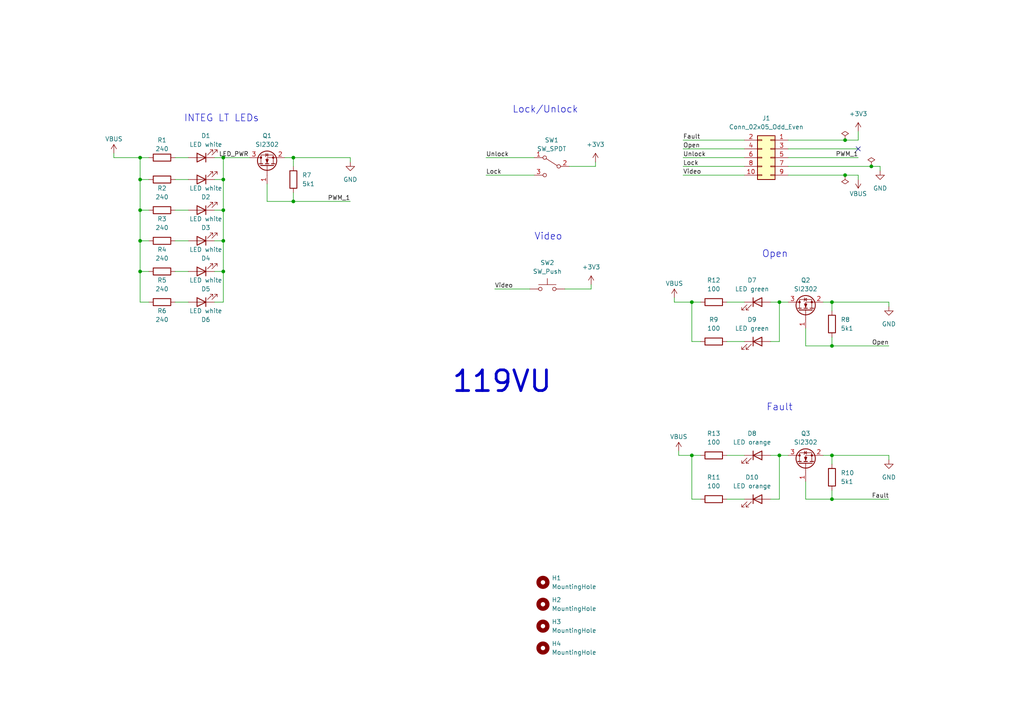
<source format=kicad_sch>
(kicad_sch (version 20230121) (generator eeschema)
  (paper "A4")
  (lib_symbols
    (symbol "Connector_Generic:Conn_02x05_Odd_Even" (pin_names (offset 1.016) hide)
      (property "Reference" "J" (at 1.27 7.62 0))
      (property "Value" "Conn_02x05_Odd_Even" (at 1.27 -7.62 0))
      (symbol "Conn_02x05_Odd_Even_1_1"
        (rectangle (start -1.27 -4.953) (end 0 -5.207) (stroke (width 0.1524)))
        (rectangle (start -1.27 -2.413) (end 0 -2.667) (stroke (width 0.1524)))
        (rectangle (start -1.27 0.127) (end 0 -0.127) (stroke (width 0.1524)))
        (rectangle (start -1.27 2.667) (end 0 2.413) (stroke (width 0.1524)))
        (rectangle (start -1.27 5.207) (end 0 4.953) (stroke (width 0.1524)))
        (rectangle (start -1.27 6.35) (end 3.81 -6.35) (stroke (width 0.254)) (fill (type background)))
        (rectangle (start 3.81 -4.953) (end 2.54 -5.207) (stroke (width 0.1524)))
        (rectangle (start 3.81 -2.413) (end 2.54 -2.667) (stroke (width 0.1524)))
        (rectangle (start 3.81 0.127) (end 2.54 -0.127) (stroke (width 0.1524)))
        (rectangle (start 3.81 2.667) (end 2.54 2.413) (stroke (width 0.1524)))
        (rectangle (start 3.81 5.207) (end 2.54 4.953) (stroke (width 0.1524)))
        (pin passive line (at -5.08 5.08 0) (length 3.81) (name "Pin_1") (number "1"))
        (pin passive line (at 7.62 -5.08 180) (length 3.81) (name "Pin_10") (number "10"))
        (pin passive line (at 7.62 5.08 180) (length 3.81) (name "Pin_2") (number "2"))
        (pin passive line (at -5.08 2.54 0) (length 3.81) (name "Pin_3") (number "3"))
        (pin passive line (at 7.62 2.54 180) (length 3.81) (name "Pin_4") (number "4"))
        (pin passive line (at -5.08 0 0) (length 3.81) (name "Pin_5") (number "5"))
        (pin passive line (at 7.62 0 180) (length 3.81) (name "Pin_6") (number "6"))
        (pin passive line (at -5.08 -2.54 0) (length 3.81) (name "Pin_7") (number "7"))
        (pin passive line (at 7.62 -2.54 180) (length 3.81) (name "Pin_8") (number "8"))
        (pin passive line (at -5.08 -5.08 0) (length 3.81) (name "Pin_9") (number "9"))
      )
    )
    (symbol "Device:LED" (pin_numbers hide) (pin_names (offset 1.016) hide)
      (property "Reference" "D" (at 0 2.54 0))
      (property "Value" "LED" (at 0 -2.54 0))
      (symbol "LED_0_1"
        (polyline (pts (xy -1.27 -1.27) (xy -1.27 1.27)) (stroke (width 0.254)))
        (polyline (pts (xy -1.27 0) (xy 1.27 0)))
        (polyline (pts (xy 1.27 -1.27) (xy 1.27 1.27) (xy -1.27 0) (xy 1.27 -1.27)) (stroke (width 0.254)))
        (polyline (pts (xy -3.048 -0.762) (xy -4.572 -2.286) (xy -3.81 -2.286) (xy -4.572 -2.286) (xy -4.572 -1.524)))
        (polyline (pts (xy -1.778 -0.762) (xy -3.302 -2.286) (xy -2.54 -2.286) (xy -3.302 -2.286) (xy -3.302 -1.524)))
      )
      (symbol "LED_1_1"
        (pin passive line (at -3.81 0 0) (length 2.54) (name "K") (number "1"))
        (pin passive line (at 3.81 0 180) (length 2.54) (name "A") (number "2"))
      )
    )
    (symbol "Device:R" (pin_numbers hide) (pin_names (offset 0))
      (property "Reference" "R" (at 2.032 0 90))
      (property "Value" "R" (at 0 0 90))
      (symbol "R_0_1"
        (rectangle (start -1.016 -2.54) (end 1.016 2.54) (stroke (width 0.254)))
      )
      (symbol "R_1_1"
        (pin passive line (at 0 3.81 270) (length 1.27) (name "~") (number "1"))
        (pin passive line (at 0 -3.81 90) (length 1.27) (name "~") (number "2"))
      )
    )
    (symbol "Mechanical:MountingHole" (pin_names (offset 1.016))
      (property "Reference" "H" (at 0 5.08 0))
      (property "Value" "MountingHole" (at 0 3.175 0))
      (symbol "MountingHole_0_1"
        (circle (center 0 0) (radius 1.27) (stroke (width 1.27)))
      )
    )
    (symbol "Switch:SW_Push" (pin_numbers hide) (pin_names (offset 1.016) hide)
      (property "Reference" "SW" (at 1.27 2.54 0))
      (property "Value" "SW_Push" (at 0 -1.524 0))
      (symbol "SW_Push_0_1"
        (circle (center -2.032 0) (radius 0.508))
        (polyline (pts (xy 0 1.27) (xy 0 3.048)))
        (polyline (pts (xy 2.54 1.27) (xy -2.54 1.27)))
        (circle (center 2.032 0) (radius 0.508))
        (pin passive line (at -5.08 0 0) (length 2.54) (name "1") (number "1"))
        (pin passive line (at 5.08 0 180) (length 2.54) (name "2") (number "2"))
      )
    )
    (symbol "Switch:SW_SPDT" (pin_names (offset 0) hide)
      (property "Reference" "SW" (at 0 4.318 0))
      (property "Value" "SW_SPDT" (at 0 -5.08 0))
      (symbol "SW_SPDT_0_0"
        (circle (center -2.032 0) (radius 0.508))
        (circle (center 2.032 -2.54) (radius 0.508))
      )
      (symbol "SW_SPDT_0_1"
        (polyline (pts (xy -1.524 0.254) (xy 1.651 2.286)))
        (circle (center 2.032 2.54) (radius 0.508))
      )
      (symbol "SW_SPDT_1_1"
        (pin passive line (at 5.08 2.54 180) (length 2.54) (name "A") (number "1"))
        (pin passive line (at -5.08 0 0) (length 2.54) (name "B") (number "2"))
        (pin passive line (at 5.08 -2.54 180) (length 2.54) (name "C") (number "3"))
      )
    )
    (symbol "Transistor_FET:2N7002K" (pin_names hide)
      (property "Reference" "Q" (at 5.08 1.905 0))
      (property "Value" "2N7002K" (at 5.08 0 0))
      (symbol "2N7002K_0_1"
        (polyline (pts (xy 0.254 0) (xy -2.54 0)))
        (polyline (pts (xy 0.254 1.905) (xy 0.254 -1.905)) (stroke (width 0.254)))
        (polyline (pts (xy 0.762 -1.27) (xy 0.762 -2.286)) (stroke (width 0.254)))
        (polyline (pts (xy 0.762 0.508) (xy 0.762 -0.508)) (stroke (width 0.254)))
        (polyline (pts (xy 0.762 2.286) (xy 0.762 1.27)) (stroke (width 0.254)))
        (polyline (pts (xy 2.54 2.54) (xy 2.54 1.778)))
        (polyline (pts (xy 2.54 -2.54) (xy 2.54 0) (xy 0.762 0)))
        (polyline (pts (xy 0.762 -1.778) (xy 3.302 -1.778) (xy 3.302 1.778) (xy 0.762 1.778)))
        (polyline (pts (xy 1.016 0) (xy 2.032 0.381) (xy 2.032 -0.381) (xy 1.016 0)) (fill (type outline)))
        (polyline (pts (xy 2.794 0.508) (xy 2.921 0.381) (xy 3.683 0.381) (xy 3.81 0.254)))
        (polyline (pts (xy 3.302 0.381) (xy 2.921 -0.254) (xy 3.683 -0.254) (xy 3.302 0.381)))
        (circle (center 1.651 0) (radius 2.794) (stroke (width 0.254)))
        (circle (center 2.54 -1.778) (radius 0.254) (fill (type outline)))
        (circle (center 2.54 1.778) (radius 0.254) (fill (type outline)))
      )
      (symbol "2N7002K_1_1"
        (pin input line (at -5.08 0 0) (length 2.54) (name "G") (number "1"))
        (pin passive line (at 2.54 -5.08 90) (length 2.54) (name "S") (number "2"))
        (pin passive line (at 2.54 5.08 270) (length 2.54) (name "D") (number "3"))
      )
    )
    (symbol "power:+3V3" (power) (pin_names (offset 0))
      (property "Value" "+3V3" (at 0 3.556 0))
      (symbol "+3V3_0_1"
        (polyline (pts (xy -0.762 1.27) (xy 0 2.54)))
        (polyline (pts (xy 0 0) (xy 0 2.54)))
        (polyline (pts (xy 0 2.54) (xy 0.762 1.27)))
      )
      (symbol "+3V3_1_1"
        (pin power_in line (at 0 0 90) (length 0) hide (name "+3V3") (number "1"))
      )
    )
    (symbol "power:GND" (power) (pin_names (offset 0))
      (property "Value" "GND" (at 0 -3.81 0))
      (symbol "GND_0_1"
        (polyline (pts (xy 0 0) (xy 0 -1.27) (xy 1.27 -1.27) (xy 0 -2.54) (xy -1.27 -1.27) (xy 0 -1.27)))
      )
      (symbol "GND_1_1"
        (pin power_in line (at 0 0 270) (length 0) hide (name "GND") (number "1"))
      )
    )
    (symbol "power:PWR_FLAG" (power) (pin_numbers hide) (pin_names (offset 0) hide)
      (property "Value" "PWR_FLAG" (at 0 3.81 0))
      (symbol "PWR_FLAG_0_0"
        (pin power_out line (at 0 0 90) (length 0) (name "pwr") (number "1"))
      )
      (symbol "PWR_FLAG_0_1"
        (polyline (pts (xy 0 0) (xy 0 1.27) (xy -1.016 1.905) (xy 0 2.54) (xy 1.016 1.905) (xy 0 1.27)))
      )
    )
    (symbol "power:VBUS" (power) (pin_names (offset 0))
      (property "Value" "VBUS" (at 0 3.81 0))
      (symbol "VBUS_0_1"
        (polyline (pts (xy -0.762 1.27) (xy 0 2.54)))
        (polyline (pts (xy 0 0) (xy 0 2.54)))
        (polyline (pts (xy 0 2.54) (xy 0.762 1.27)))
      )
      (symbol "VBUS_1_1"
        (pin power_in line (at 0 0 90) (length 0) hide (name "VBUS") (number "1"))
      )
    )
  )
  (junction (at 64.77 45.72))
  (junction (at 64.77 69.85))
  (junction (at 40.64 69.85))
  (junction (at 64.77 60.96))
  (junction (at 40.64 52.07))
  (junction (at 241.3 132.08))
  (junction (at 64.77 78.74))
  (junction (at 226.06 132.08))
  (junction (at 241.3 100.33))
  (junction (at 200.66 87.63))
  (junction (at 241.3 144.78))
  (junction (at 241.3 87.63))
  (junction (at 85.09 45.72))
  (junction (at 245.11 50.8))
  (junction (at 40.64 45.72))
  (junction (at 85.09 58.42))
  (junction (at 252.73 48.26))
  (junction (at 245.11 40.64))
  (junction (at 40.64 78.74))
  (junction (at 226.06 87.63))
  (junction (at 200.66 132.08))
  (junction (at 64.77 52.07))
  (junction (at 40.64 60.96))
  (no_connect (at 248.92 43.18))
  (wire (pts (xy 241.3 144.78) (xy 257.81 144.78)))
  (wire (pts (xy 62.23 87.63) (xy 64.77 87.63)))
  (wire (pts (xy 50.8 87.63) (xy 54.61 87.63)))
  (wire (pts (xy 257.81 133.35) (xy 257.81 132.08)))
  (wire (pts (xy 140.97 50.8) (xy 154.94 50.8)))
  (wire (pts (xy 40.64 69.85) (xy 40.64 78.74)))
  (wire (pts (xy 196.85 132.08) (xy 200.66 132.08)))
  (wire (pts (xy 165.1 48.26) (xy 172.72 48.26)))
  (wire (pts (xy 241.3 87.63) (xy 241.3 90.17)))
  (wire (pts (xy 64.77 52.07) (xy 64.77 60.96)))
  (wire (pts (xy 50.8 45.72) (xy 54.61 45.72)))
  (wire (pts (xy 233.68 139.7) (xy 233.68 144.78)))
  (wire (pts (xy 50.8 52.07) (xy 54.61 52.07)))
  (wire (pts (xy 210.82 132.08) (xy 215.9 132.08)))
  (wire (pts (xy 198.12 40.64) (xy 215.9 40.64)))
  (wire (pts (xy 233.68 95.25) (xy 233.68 100.33)))
  (wire (pts (xy 43.18 52.07) (xy 40.64 52.07)))
  (wire (pts (xy 248.92 38.1) (xy 248.92 40.64)))
  (wire (pts (xy 50.8 78.74) (xy 54.61 78.74)))
  (wire (pts (xy 33.02 45.72) (xy 33.02 44.45)))
  (wire (pts (xy 241.3 100.33) (xy 257.81 100.33)))
  (wire (pts (xy 85.09 58.42) (xy 101.6 58.42)))
  (wire (pts (xy 226.06 87.63) (xy 228.6 87.63)))
  (wire (pts (xy 50.8 60.96) (xy 54.61 60.96)))
  (wire (pts (xy 101.6 45.72) (xy 85.09 45.72)))
  (wire (pts (xy 101.6 46.99) (xy 101.6 45.72)))
  (wire (pts (xy 198.12 50.8) (xy 215.9 50.8)))
  (wire (pts (xy 226.06 87.63) (xy 226.06 99.06)))
  (wire (pts (xy 64.77 69.85) (xy 64.77 78.74)))
  (wire (pts (xy 40.64 45.72) (xy 43.18 45.72)))
  (wire (pts (xy 62.23 78.74) (xy 64.77 78.74)))
  (wire (pts (xy 140.97 45.72) (xy 154.94 45.72)))
  (wire (pts (xy 238.76 87.63) (xy 241.3 87.63)))
  (wire (pts (xy 210.82 87.63) (xy 215.9 87.63)))
  (wire (pts (xy 40.64 78.74) (xy 43.18 78.74)))
  (wire (pts (xy 77.47 58.42) (xy 85.09 58.42)))
  (wire (pts (xy 245.11 50.8) (xy 248.92 50.8)))
  (wire (pts (xy 40.64 52.07) (xy 40.64 45.72)))
  (wire (pts (xy 43.18 87.63) (xy 40.64 87.63)))
  (wire (pts (xy 50.8 69.85) (xy 54.61 69.85)))
  (wire (pts (xy 62.23 52.07) (xy 64.77 52.07)))
  (wire (pts (xy 210.82 99.06) (xy 215.9 99.06)))
  (wire (pts (xy 223.52 87.63) (xy 226.06 87.63)))
  (wire (pts (xy 228.6 48.26) (xy 252.73 48.26)))
  (wire (pts (xy 172.72 46.99) (xy 172.72 48.26)))
  (wire (pts (xy 226.06 132.08) (xy 228.6 132.08)))
  (wire (pts (xy 62.23 45.72) (xy 64.77 45.72)))
  (wire (pts (xy 228.6 50.8) (xy 245.11 50.8)))
  (wire (pts (xy 255.27 48.26) (xy 255.27 49.53)))
  (wire (pts (xy 64.77 45.72) (xy 64.77 52.07)))
  (wire (pts (xy 64.77 60.96) (xy 64.77 69.85)))
  (wire (pts (xy 40.64 60.96) (xy 43.18 60.96)))
  (wire (pts (xy 163.83 83.82) (xy 171.45 83.82)))
  (wire (pts (xy 200.66 132.08) (xy 203.2 132.08)))
  (wire (pts (xy 223.52 144.78) (xy 226.06 144.78)))
  (wire (pts (xy 200.66 87.63) (xy 203.2 87.63)))
  (wire (pts (xy 248.92 52.07) (xy 248.92 50.8)))
  (wire (pts (xy 64.77 45.72) (xy 72.39 45.72)))
  (wire (pts (xy 85.09 45.72) (xy 85.09 48.26)))
  (wire (pts (xy 238.76 132.08) (xy 241.3 132.08)))
  (wire (pts (xy 228.6 45.72) (xy 248.92 45.72)))
  (wire (pts (xy 257.81 87.63) (xy 241.3 87.63)))
  (wire (pts (xy 228.6 43.18) (xy 248.92 43.18)))
  (wire (pts (xy 198.12 48.26) (xy 215.9 48.26)))
  (wire (pts (xy 40.64 69.85) (xy 43.18 69.85)))
  (wire (pts (xy 257.81 88.9) (xy 257.81 87.63)))
  (wire (pts (xy 226.06 144.78) (xy 226.06 132.08)))
  (wire (pts (xy 198.12 45.72) (xy 215.9 45.72)))
  (wire (pts (xy 223.52 99.06) (xy 226.06 99.06)))
  (wire (pts (xy 257.81 132.08) (xy 241.3 132.08)))
  (wire (pts (xy 82.55 45.72) (xy 85.09 45.72)))
  (wire (pts (xy 228.6 40.64) (xy 245.11 40.64)))
  (wire (pts (xy 40.64 60.96) (xy 40.64 69.85)))
  (wire (pts (xy 33.02 45.72) (xy 40.64 45.72)))
  (wire (pts (xy 252.73 48.26) (xy 255.27 48.26)))
  (wire (pts (xy 40.64 52.07) (xy 40.64 60.96)))
  (wire (pts (xy 245.11 40.64) (xy 248.92 40.64)))
  (wire (pts (xy 210.82 144.78) (xy 215.9 144.78)))
  (wire (pts (xy 233.68 100.33) (xy 241.3 100.33)))
  (wire (pts (xy 203.2 144.78) (xy 200.66 144.78)))
  (wire (pts (xy 196.85 132.08) (xy 196.85 130.81)))
  (wire (pts (xy 203.2 99.06) (xy 200.66 99.06)))
  (wire (pts (xy 171.45 82.55) (xy 171.45 83.82)))
  (wire (pts (xy 233.68 144.78) (xy 241.3 144.78)))
  (wire (pts (xy 241.3 142.24) (xy 241.3 144.78)))
  (wire (pts (xy 85.09 55.88) (xy 85.09 58.42)))
  (wire (pts (xy 64.77 78.74) (xy 64.77 87.63)))
  (wire (pts (xy 77.47 53.34) (xy 77.47 58.42)))
  (wire (pts (xy 223.52 132.08) (xy 226.06 132.08)))
  (wire (pts (xy 40.64 78.74) (xy 40.64 87.63)))
  (wire (pts (xy 195.58 87.63) (xy 200.66 87.63)))
  (wire (pts (xy 62.23 69.85) (xy 64.77 69.85)))
  (wire (pts (xy 62.23 60.96) (xy 64.77 60.96)))
  (wire (pts (xy 241.3 132.08) (xy 241.3 134.62)))
  (wire (pts (xy 143.51 83.82) (xy 153.67 83.82)))
  (wire (pts (xy 195.58 87.63) (xy 195.58 86.36)))
  (wire (pts (xy 200.66 144.78) (xy 200.66 132.08)))
  (wire (pts (xy 198.12 43.18) (xy 215.9 43.18)))
  (wire (pts (xy 200.66 99.06) (xy 200.66 87.63)))
  (wire (pts (xy 241.3 97.79) (xy 241.3 100.33)))
  (text "Video" (at 154.94 69.85 0) (effects (font (size 2 2)) (justify left bottom)))
  (text "Fault" (at 222.25 119.38 0) (effects (font (size 2 2)) (justify left bottom)))
  (text "119VU" (at 130.81 114.3 0) (effects (font (size 6 6) (thickness 0.8) bold) (justify left bottom)))
  (text "INTEG LT LEDs" (at 53.34 35.56 0) (effects (font (size 2 2)) (justify left bottom)))
  (text "Lock/Unlock" (at 148.59 33.02 0) (effects (font (size 2 2)) (justify left bottom)))
  (text "Open" (at 220.98 74.93 0) (effects (font (size 2 2)) (justify left bottom)))
  (label "Video" (at 143.51 83.82 0))
  (label "Lock" (at 140.97 50.8 0))
  (label "Open" (at 198.12 43.18 0))
  (label "Fault" (at 198.12 40.64 0))
  (label "Open" (at 257.81 100.33 180))
  (label "PWM_1" (at 101.6 58.42 180))
  (label "LED_PWR" (at 63.5 45.72 0))
  (label "PWM_1" (at 248.92 45.72 180))
  (label "Unlock" (at 198.12 45.72 0))
  (label "Lock" (at 198.12 48.26 0))
  (label "Fault" (at 257.81 144.78 180))
  (label "Video" (at 198.12 50.8 0))
  (label "Unlock" (at 140.97 45.72 0))
  (symbol (lib_id "power:VBUS") (at 196.85 130.81 0) (unit 1)
    (property "Reference" "#PWR05" (effects hide))
    (property "Value" "VBUS" (at 196.85 126.6769 0))
  )
  (symbol (lib_id "power:PWR_FLAG") (at 252.73 48.26 0) (unit 1)
    (property "Reference" "#FLG03" (effects hide))
    (property "Value" "PWR_FLAG" (effects hide))
  )
  (symbol (lib_id "Device:LED") (at 58.42 69.85 180) (unit 1)
    (property "Reference" "D4" (at 59.69 74.93 0))
    (property "Value" "LED white" (at 59.69 72.39 0))
    (property "Footprint" "LED_SMD:LED_0805_2012Metric" (effects hide))
    (property "Datasheet" "https://www.lcsc.com/datasheet/lcsc_datasheet_2402181504_XINGLIGHT-XL-2012WWC-DS_C3646928.pdf" (effects hide))
    (property "Manufracturer" "XINGLIGHT" (effects hide))
    (property "Manufracturer Part Number" "XL-2012WWC-DS" (effects hide))
    (property "JLCPCB Part" "C3646928" (effects hide))
  )
  (symbol (lib_id "Transistor_FET:2N7002K") (at 233.68 134.62 90) (unit 1)
    (property "Reference" "Q3" (at 233.68 125.73 90))
    (property "Value" "SI2302" (at 233.68 128.27 90))
    (property "Footprint" "Package_TO_SOT_SMD:SOT-23-3" (effects hide))
    (property "Datasheet" "https://www.lcsc.com/datasheet/lcsc_datasheet_2109011130_YONGYUTAI-SI2302_C2891732.pdf" (effects hide))
    (property "Manufracturer" "YONGYUTAI" (effects hide))
    (property "Manufracturer Part Number" "SI2302" (effects hide))
    (property "JLCPCB Part" "C2891732" (effects hide))
  )
  (symbol (lib_id "Mechanical:MountingHole") (at 157.48 181.61 0) (unit 1) (in_bom no)
    (property "Reference" "H3" (at 160.02 180.34 0) (effects (justify left)))
    (property "Value" "MountingHole" (at 160.02 182.88 0) (effects (justify left)))
    (property "Footprint" "MountingHole:MountingHole_2.2mm_M2" (effects hide))
  )
  (symbol (lib_id "Device:R") (at 46.99 78.74 90) (unit 1)
    (property "Reference" "R5" (at 46.99 81.28 90))
    (property "Value" "240" (at 46.99 83.82 90))
    (property "Footprint" "Resistor_SMD:R_0805_2012Metric" (effects hide))
    (property "Datasheet" "https://www.lcsc.com/datasheet/lcsc_datasheet_2206010200_UNI-ROYAL-Uniroyal-Elec-0805W8F2400T5E_C17572.pdf" (effects hide))
    (property "Manufracturer" "UNI-ROYAL(Uniroyal Elec)" (effects hide))
    (property "Manufracturer Part Number" "0805W8F2400T5E" (effects hide))
    (property "JLCPCB Part" "C17572" (effects hide))
  )
  (symbol (lib_id "Mechanical:MountingHole") (at 157.48 175.26 0) (unit 1) (in_bom no)
    (property "Reference" "H2" (at 160.02 173.99 0) (effects (justify left)))
    (property "Value" "MountingHole" (at 160.02 176.53 0) (effects (justify left)))
    (property "Footprint" "MountingHole:MountingHole_2.2mm_M2" (effects hide))
  )
  (symbol (lib_id "Device:R") (at 46.99 60.96 90) (unit 1)
    (property "Reference" "R3" (at 46.99 63.5 90))
    (property "Value" "240" (at 46.99 66.04 90))
    (property "Footprint" "Resistor_SMD:R_0805_2012Metric" (effects hide))
    (property "Datasheet" "https://www.lcsc.com/datasheet/lcsc_datasheet_2206010200_UNI-ROYAL-Uniroyal-Elec-0805W8F2400T5E_C17572.pdf" (effects hide))
    (property "Manufracturer" "UNI-ROYAL(Uniroyal Elec)" (effects hide))
    (property "Manufracturer Part Number" "0805W8F2400T5E" (effects hide))
    (property "JLCPCB Part" "C17572" (effects hide))
  )
  (symbol (lib_id "power:+3V3") (at 248.92 38.1 0) (unit 1)
    (property "Reference" "#PWR014" (effects hide))
    (property "Value" "+3V3" (at 248.92 33.02 0))
  )
  (symbol (lib_id "power:+3V3") (at 171.45 82.55 0) (unit 1)
    (property "Reference" "#PWR013" (effects hide))
    (property "Value" "+3V3" (at 171.45 77.47 0))
  )
  (symbol (lib_id "Mechanical:MountingHole") (at 157.48 187.96 0) (unit 1) (in_bom no)
    (property "Reference" "H4" (at 160.02 186.69 0) (effects (justify left)))
    (property "Value" "MountingHole" (at 160.02 189.23 0) (effects (justify left)))
    (property "Footprint" "MountingHole:MountingHole_2.2mm_M2" (effects hide))
  )
  (symbol (lib_id "Device:LED") (at 58.42 52.07 180) (unit 1)
    (property "Reference" "D2" (at 59.69 57.15 0))
    (property "Value" "LED white" (at 59.69 54.61 0))
    (property "Footprint" "LED_SMD:LED_0805_2012Metric" (effects hide))
    (property "Datasheet" "https://www.lcsc.com/datasheet/lcsc_datasheet_2402181504_XINGLIGHT-XL-2012WWC-DS_C3646928.pdf" (effects hide))
    (property "Manufracturer" "XINGLIGHT" (effects hide))
    (property "Manufracturer Part Number" "XL-2012WWC-DS" (effects hide))
    (property "JLCPCB Part" "C3646928" (effects hide))
  )
  (symbol (lib_id "Switch:SW_SPDT") (at 160.02 48.26 0) (mirror y) (unit 1)
    (property "Reference" "SW1" (at 160.02 40.64 0))
    (property "Value" "SW_SPDT" (at 160.02 43.18 0))
    (property "Footprint" "NiasStuff:SW_SPDT_YUEN-FUNG_ST-0-103-A01-T000-RS" (effects hide))
    (property "Datasheet" "https://datasheet.lcsc.com/lcsc/2307200931_YUEN-FUNG-ST-0-103-A01-T000-RS_C1788488.pdf" (effects hide))
    (property "JLCPCB Part" "C1788488" (effects hide))
    (property "Manufracturer" "YUEN FUNG" (effects hide))
    (property "Manufracturer Part Number" "ST-0-103-A01-T000-RS" (effects hide))
  )
  (symbol (lib_id "Device:R") (at 207.01 99.06 90) (unit 1)
    (property "Reference" "R9" (at 207.01 92.71 90))
    (property "Value" "100" (at 207.01 95.25 90))
    (property "Footprint" "Capacitor_SMD:C_0805_2012Metric" (effects hide))
    (property "Datasheet" "https://datasheet.lcsc.com/lcsc/2206010216_UNI-ROYAL-Uniroyal-Elec-0805W8F1000T5E_C17408.pdf" (effects hide))
    (property "JLCPCB Part" "C17408" (effects hide))
    (property "Manufracturer" "UNI-ROYAL(Uniroyal Elec)" (effects hide))
    (property "Manufracturer Part Number" "0805W8F1000T5E" (effects hide))
  )
  (symbol (lib_id "power:PWR_FLAG") (at 245.11 40.64 0) (unit 1)
    (property "Reference" "#FLG01" (effects hide))
    (property "Value" "PWR_FLAG" (effects hide))
  )
  (symbol (lib_id "Device:LED") (at 219.71 99.06 0) (unit 1)
    (property "Reference" "D9" (at 218.1225 92.71 0))
    (property "Value" "LED green" (at 218.1225 95.25 0))
    (property "Footprint" "LED_SMD:LED_0805_2012Metric" (effects hide))
    (property "Datasheet" "https://www.lcsc.com/datasheet/lcsc_datasheet_2402181505_XINGLIGHT-XL-2012SYGC_C965816.pdf" (effects hide))
    (property "JLCPCB Part" "C965816" (effects hide))
    (property "Manufracturer" "XINGLIGHT" (effects hide))
    (property "Manufracturer Part Number" "XL-2012SYGC" (effects hide))
  )
  (symbol (lib_id "Device:R") (at 207.01 87.63 90) (unit 1)
    (property "Reference" "R12" (at 207.01 81.28 90))
    (property "Value" "100" (at 207.01 83.82 90))
    (property "Footprint" "Capacitor_SMD:C_0805_2012Metric" (effects hide))
    (property "Datasheet" "https://datasheet.lcsc.com/lcsc/2206010216_UNI-ROYAL-Uniroyal-Elec-0805W8F1000T5E_C17408.pdf" (effects hide))
    (property "JLCPCB Part" "C17408" (effects hide))
    (property "Manufracturer" "UNI-ROYAL(Uniroyal Elec)" (effects hide))
    (property "Manufracturer Part Number" "0805W8F1000T5E" (effects hide))
  )
  (symbol (lib_id "power:VBUS") (at 33.02 44.45 0) (unit 1)
    (property "Reference" "#PWR01" (effects hide))
    (property "Value" "VBUS" (at 33.02 40.3169 0))
  )
  (symbol (lib_id "Connector_Generic:Conn_02x05_Odd_Even") (at 223.52 45.72 0) (mirror y) (unit 1)
    (property "Reference" "J1" (at 222.25 34.29 0))
    (property "Value" "Conn_02x05_Odd_Even" (at 222.25 36.83 0))
    (property "Footprint" "Connector_IDC:IDC-Header_2x05_P2.54mm_Vertical" (effects hide))
    (property "Datasheet" "https://www.lcsc.com/datasheet/lcsc_datasheet_1810281612_BOOMELE-Boom-Precision-Elec-2-54-2-5P_C5665.pdf" (effects hide))
    (property "JLCPCB Part" "C5665" (effects hide))
    (property "Manufracturer" "BOOMELE(Boom Precision Elec)" (effects hide))
    (property "Manufracturer Part Number" "2.54-2*5P" (effects hide))
  )
  (symbol (lib_id "power:PWR_FLAG") (at 245.11 50.8 180) (unit 1)
    (property "Reference" "#FLG02" (effects hide))
    (property "Value" "PWR_FLAG" (effects hide))
  )
  (symbol (lib_id "Device:R") (at 241.3 93.98 180) (unit 1)
    (property "Reference" "R8" (at 243.84 92.71 0) (effects (justify right)))
    (property "Value" "5k1" (at 243.84 95.25 0) (effects (justify right)))
    (property "Footprint" "Resistor_SMD:R_0603_1608Metric" (effects hide))
    (property "Datasheet" "https://www.lcsc.com/datasheet/lcsc_datasheet_2206010116_UNI-ROYAL-Uniroyal-Elec-0603WAF5101T5E_C23186.pdf" (effects hide))
    (property "JLCPCB Part" "C23186" (effects hide))
    (property "Manufracturer" "UNI-ROYAL(Uniroyal Elec)" (effects hide))
    (property "Manufracturer Part Number" "0603WAF5101T5E" (effects hide))
  )
  (symbol (lib_id "Device:R") (at 85.09 52.07 180) (unit 1)
    (property "Reference" "R7" (at 87.63 50.8 0) (effects (justify right)))
    (property "Value" "5k1" (at 87.63 53.34 0) (effects (justify right)))
    (property "Footprint" "Resistor_SMD:R_0603_1608Metric" (effects hide))
    (property "Datasheet" "https://www.lcsc.com/datasheet/lcsc_datasheet_2206010116_UNI-ROYAL-Uniroyal-Elec-0603WAF5101T5E_C23186.pdf" (effects hide))
    (property "JLCPCB Part" "C23186" (effects hide))
    (property "Manufracturer" "UNI-ROYAL(Uniroyal Elec)" (effects hide))
    (property "Manufracturer Part Number" "0603WAF5101T5E" (effects hide))
  )
  (symbol (lib_id "Device:R") (at 46.99 45.72 90) (unit 1)
    (property "Reference" "R1" (at 46.99 40.64 90))
    (property "Value" "240" (at 46.99 43.18 90))
    (property "Footprint" "Resistor_SMD:R_0805_2012Metric" (effects hide))
    (property "Datasheet" "https://www.lcsc.com/datasheet/lcsc_datasheet_2206010200_UNI-ROYAL-Uniroyal-Elec-0805W8F2400T5E_C17572.pdf" (effects hide))
    (property "Manufracturer" "UNI-ROYAL(Uniroyal Elec)" (effects hide))
    (property "Manufracturer Part Number" "0805W8F2400T5E" (effects hide))
    (property "JLCPCB Part" "C17572" (effects hide))
  )
  (symbol (lib_id "power:GND") (at 257.81 133.35 0) (unit 1)
    (property "Reference" "#PWR06" (effects hide))
    (property "Value" "GND" (at 257.81 138.43 0))
  )
  (symbol (lib_id "Device:LED") (at 58.42 78.74 180) (unit 1)
    (property "Reference" "D5" (at 59.69 83.82 0))
    (property "Value" "LED white" (at 59.69 81.28 0))
    (property "Footprint" "LED_SMD:LED_0805_2012Metric" (effects hide))
    (property "Datasheet" "https://www.lcsc.com/datasheet/lcsc_datasheet_2402181504_XINGLIGHT-XL-2012WWC-DS_C3646928.pdf" (effects hide))
    (property "Manufracturer" "XINGLIGHT" (effects hide))
    (property "Manufracturer Part Number" "XL-2012WWC-DS" (effects hide))
    (property "JLCPCB Part" "C3646928" (effects hide))
  )
  (symbol (lib_id "Device:LED") (at 219.71 144.78 0) (unit 1)
    (property "Reference" "D10" (at 218.1225 138.43 0))
    (property "Value" "LED orange" (at 218.1225 140.97 0))
    (property "Footprint" "LED_SMD:LED_0603_1608Metric" (effects hide))
    (property "Datasheet" "https://datasheet.lcsc.com/lcsc/1810201530_BrtLed-Bright-LED-Elec-BL-HKC36G-AV-TRB_C165981.pdf" (effects hide))
    (property "JLCPCB Part" "C165981" (effects hide))
    (property "Manufracturer" "BrtLed(Bright LED Elec)" (effects hide))
    (property "Manufracturer Part Number" "BL-HKC36G-AV-TRB" (effects hide))
  )
  (symbol (lib_id "Device:LED") (at 58.42 60.96 180) (unit 1)
    (property "Reference" "D3" (at 59.69 66.04 0))
    (property "Value" "LED white" (at 59.69 63.5 0))
    (property "Footprint" "LED_SMD:LED_0805_2012Metric" (effects hide))
    (property "Datasheet" "https://www.lcsc.com/datasheet/lcsc_datasheet_2402181504_XINGLIGHT-XL-2012WWC-DS_C3646928.pdf" (effects hide))
    (property "Manufracturer" "XINGLIGHT" (effects hide))
    (property "Manufracturer Part Number" "XL-2012WWC-DS" (effects hide))
    (property "JLCPCB Part" "C3646928" (effects hide))
  )
  (symbol (lib_id "power:GND") (at 255.27 49.53 0) (unit 1)
    (property "Reference" "#PWR016" (effects hide))
    (property "Value" "GND" (at 255.27 54.61 0))
  )
  (symbol (lib_id "power:GND") (at 257.81 88.9 0) (unit 1)
    (property "Reference" "#PWR03" (effects hide))
    (property "Value" "GND" (at 257.81 93.98 0))
  )
  (symbol (lib_id "power:GND") (at 101.6 46.99 0) (unit 1)
    (property "Reference" "#PWR02" (effects hide))
    (property "Value" "GND" (at 101.6 52.07 0))
  )
  (symbol (lib_id "Device:R") (at 241.3 138.43 180) (unit 1)
    (property "Reference" "R10" (at 243.84 137.16 0) (effects (justify right)))
    (property "Value" "5k1" (at 243.84 139.7 0) (effects (justify right)))
    (property "Footprint" "Resistor_SMD:R_0603_1608Metric" (effects hide))
    (property "Datasheet" "https://www.lcsc.com/datasheet/lcsc_datasheet_2206010116_UNI-ROYAL-Uniroyal-Elec-0603WAF5101T5E_C23186.pdf" (effects hide))
    (property "JLCPCB Part" "C23186" (effects hide))
    (property "Manufracturer" "UNI-ROYAL(Uniroyal Elec)" (effects hide))
    (property "Manufracturer Part Number" "0603WAF5101T5E" (effects hide))
  )
  (symbol (lib_id "Device:LED") (at 58.42 87.63 180) (unit 1)
    (property "Reference" "D6" (at 59.69 92.71 0))
    (property "Value" "LED white" (at 59.69 90.17 0))
    (property "Footprint" "LED_SMD:LED_0805_2012Metric" (effects hide))
    (property "Datasheet" "https://www.lcsc.com/datasheet/lcsc_datasheet_2402181504_XINGLIGHT-XL-2012WWC-DS_C3646928.pdf" (effects hide))
    (property "Manufracturer" "XINGLIGHT" (effects hide))
    (property "Manufracturer Part Number" "XL-2012WWC-DS" (effects hide))
    (property "JLCPCB Part" "C3646928" (effects hide))
  )
  (symbol (lib_id "Switch:SW_Push") (at 158.75 83.82 0) (unit 1)
    (property "Reference" "SW2" (at 158.75 76.2 0))
    (property "Value" "SW_Push" (at 158.75 78.74 0))
    (property "Footprint" "Button_Switch_SMD:SW_Push_1TS009xxxx-xxxx-xxxx_6x6x5mm" (effects hide))
    (property "Datasheet" "https://www.lcsc.com/datasheet/lcsc_datasheet_1811151231_HYP--Hongyuan-Precision-1TS009A-1800-5000-CT_C319409.pdf" (effects hide))
    (property "JLCPCB Part" "C319409" (effects hide))
    (property "Manufracturer" "HYP (Hongyuan Precision)" (effects hide))
    (property "Manufracturer Part Number" "1TS009A-1800-5000-CT" (effects hide))
  )
  (symbol (lib_id "Transistor_FET:2N7002K") (at 233.68 90.17 90) (unit 1)
    (property "Reference" "Q2" (at 233.68 81.28 90))
    (property "Value" "SI2302" (at 233.68 83.82 90))
    (property "Footprint" "Package_TO_SOT_SMD:SOT-23-3" (effects hide))
    (property "Datasheet" "https://www.lcsc.com/datasheet/lcsc_datasheet_2109011130_YONGYUTAI-SI2302_C2891732.pdf" (effects hide))
    (property "Manufracturer" "YONGYUTAI" (effects hide))
    (property "Manufracturer Part Number" "SI2302" (effects hide))
    (property "JLCPCB Part" "C2891732" (effects hide))
  )
  (symbol (lib_id "Device:R") (at 46.99 69.85 90) (unit 1)
    (property "Reference" "R4" (at 46.99 72.39 90))
    (property "Value" "240" (at 46.99 74.93 90))
    (property "Footprint" "Resistor_SMD:R_0805_2012Metric" (effects hide))
    (property "Datasheet" "https://www.lcsc.com/datasheet/lcsc_datasheet_2206010200_UNI-ROYAL-Uniroyal-Elec-0805W8F2400T5E_C17572.pdf" (effects hide))
    (property "Manufracturer" "UNI-ROYAL(Uniroyal Elec)" (effects hide))
    (property "Manufracturer Part Number" "0805W8F2400T5E" (effects hide))
    (property "JLCPCB Part" "C17572" (effects hide))
  )
  (symbol (lib_id "Device:R") (at 46.99 52.07 90) (unit 1)
    (property "Reference" "R2" (at 46.99 54.61 90))
    (property "Value" "240" (at 46.99 57.15 90))
    (property "Footprint" "Resistor_SMD:R_0805_2012Metric" (effects hide))
    (property "Datasheet" "https://www.lcsc.com/datasheet/lcsc_datasheet_2206010200_UNI-ROYAL-Uniroyal-Elec-0805W8F2400T5E_C17572.pdf" (effects hide))
    (property "Manufracturer" "UNI-ROYAL(Uniroyal Elec)" (effects hide))
    (property "Manufracturer Part Number" "0805W8F2400T5E" (effects hide))
    (property "JLCPCB Part" "C17572" (effects hide))
  )
  (symbol (lib_id "Mechanical:MountingHole") (at 157.48 168.91 0) (unit 1) (in_bom no)
    (property "Reference" "H1" (at 160.02 167.64 0) (effects (justify left)))
    (property "Value" "MountingHole" (at 160.02 170.18 0) (effects (justify left)))
    (property "Footprint" "MountingHole:MountingHole_2.2mm_M2" (effects hide))
  )
  (symbol (lib_id "power:+3V3") (at 172.72 46.99 0) (unit 1)
    (property "Reference" "#PWR019" (effects hide))
    (property "Value" "+3V3" (at 172.72 41.91 0))
  )
  (symbol (lib_id "Device:LED") (at 219.71 132.08 0) (unit 1)
    (property "Reference" "D8" (at 218.1225 125.73 0))
    (property "Value" "LED orange" (at 218.1225 128.27 0))
    (property "Footprint" "LED_SMD:LED_0603_1608Metric" (effects hide))
    (property "Datasheet" "https://datasheet.lcsc.com/lcsc/1810201530_BrtLed-Bright-LED-Elec-BL-HKC36G-AV-TRB_C165981.pdf" (effects hide))
    (property "JLCPCB Part" "C165981" (effects hide))
    (property "Manufracturer" "BrtLed(Bright LED Elec)" (effects hide))
    (property "Manufracturer Part Number" "BL-HKC36G-AV-TRB" (effects hide))
  )
  (symbol (lib_id "Device:LED") (at 58.42 45.72 180) (unit 1)
    (property "Reference" "D1" (at 59.69 39.37 0))
    (property "Value" "LED white" (at 59.69 41.91 0))
    (property "Footprint" "LED_SMD:LED_0805_2012Metric" (effects hide))
    (property "Datasheet" "https://www.lcsc.com/datasheet/lcsc_datasheet_2402181504_XINGLIGHT-XL-2012WWC-DS_C3646928.pdf" (effects hide))
    (property "Manufracturer" "XINGLIGHT" (effects hide))
    (property "Manufracturer Part Number" "XL-2012WWC-DS" (effects hide))
    (property "JLCPCB Part" "C3646928" (effects hide))
  )
  (symbol (lib_id "power:VBUS") (at 248.92 52.07 180) (unit 1)
    (property "Reference" "#PWR015" (effects hide))
    (property "Value" "VBUS" (at 248.92 56.2031 0))
  )
  (symbol (lib_id "Device:R") (at 46.99 87.63 90) (unit 1)
    (property "Reference" "R6" (at 46.99 90.17 90))
    (property "Value" "240" (at 46.99 92.71 90))
    (property "Footprint" "Resistor_SMD:R_0805_2012Metric" (effects hide))
    (property "Datasheet" "https://www.lcsc.com/datasheet/lcsc_datasheet_2206010200_UNI-ROYAL-Uniroyal-Elec-0805W8F2400T5E_C17572.pdf" (effects hide))
    (property "Manufracturer" "UNI-ROYAL(Uniroyal Elec)" (effects hide))
    (property "Manufracturer Part Number" "0805W8F2400T5E" (effects hide))
    (property "JLCPCB Part" "C17572" (effects hide))
  )
  (symbol (lib_id "Device:R") (at 207.01 132.08 90) (unit 1)
    (property "Reference" "R13" (at 207.01 125.73 90))
    (property "Value" "100" (at 207.01 128.27 90))
    (property "Footprint" "Capacitor_SMD:C_0805_2012Metric" (effects hide))
    (property "Datasheet" "https://datasheet.lcsc.com/lcsc/2206010216_UNI-ROYAL-Uniroyal-Elec-0805W8F1000T5E_C17408.pdf" (effects hide))
    (property "JLCPCB Part" "C17408" (effects hide))
    (property "Manufracturer" "UNI-ROYAL(Uniroyal Elec)" (effects hide))
    (property "Manufracturer Part Number" "0805W8F1000T5E" (effects hide))
  )
  (symbol (lib_id "Device:R") (at 207.01 144.78 90) (unit 1)
    (property "Reference" "R11" (at 207.01 138.43 90))
    (property "Value" "100" (at 207.01 140.97 90))
    (property "Footprint" "Capacitor_SMD:C_0805_2012Metric" (effects hide))
    (property "Datasheet" "https://datasheet.lcsc.com/lcsc/2206010216_UNI-ROYAL-Uniroyal-Elec-0805W8F1000T5E_C17408.pdf" (effects hide))
    (property "JLCPCB Part" "C17408" (effects hide))
    (property "Manufracturer" "UNI-ROYAL(Uniroyal Elec)" (effects hide))
    (property "Manufracturer Part Number" "0805W8F1000T5E" (effects hide))
  )
  (symbol (lib_id "power:VBUS") (at 195.58 86.36 0) (unit 1)
    (property "Reference" "#PWR04" (effects hide))
    (property "Value" "VBUS" (at 195.58 82.2269 0))
  )
  (symbol (lib_id "Transistor_FET:2N7002K") (at 77.47 48.26 90) (unit 1)
    (property "Reference" "Q1" (at 77.47 39.37 90))
    (property "Value" "SI2302" (at 77.47 41.91 90))
    (property "Footprint" "Package_TO_SOT_SMD:SOT-23-3" (effects hide))
    (property "Datasheet" "https://www.lcsc.com/datasheet/lcsc_datasheet_2109011130_YONGYUTAI-SI2302_C2891732.pdf" (effects hide))
    (property "Manufracturer" "YONGYUTAI" (effects hide))
    (property "Manufracturer Part Number" "SI2302" (effects hide))
    (property "JLCPCB Part" "C2891732" (effects hide))
  )
  (symbol (lib_id "Device:LED") (at 219.71 87.63 0) (unit 1)
    (property "Reference" "D7" (at 218.1225 81.28 0))
    (property "Value" "LED green" (at 218.1225 83.82 0))
    (property "Footprint" "LED_SMD:LED_0805_2012Metric" (effects hide))
    (property "Datasheet" "https://www.lcsc.com/datasheet/lcsc_datasheet_2402181505_XINGLIGHT-XL-2012SYGC_C965816.pdf" (effects hide))
    (property "JLCPCB Part" "C965816" (effects hide))
    (property "Manufracturer" "XINGLIGHT" (effects hide))
    (property "Manufracturer Part Number" "XL-2012SYGC" (effects hide))
  )
)
</source>
